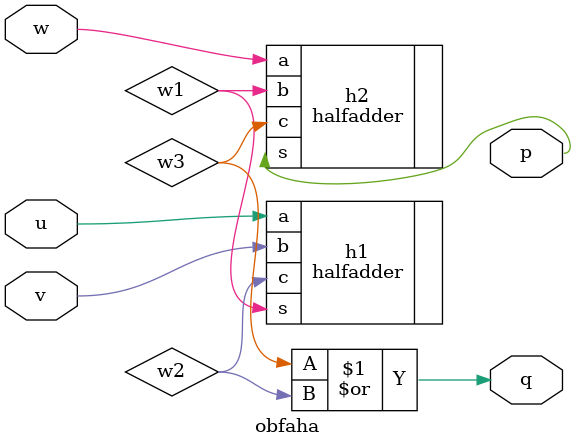
<source format=v>
`timescale 10ns/1ns
module obfaha(u,v,w,p,q);
//wire s,c,w1,w2,w3;
//reg a,b,cin;
input u,v,w;
output p,q;
wire w1,w2,w3;

halfadder h1(
  .a(u),
  .b(v),
  .s(w1),
  .c(w2)
  );
halfadder h2(
  .a(w),
  .b(w1),
  .s(p),
  .c(w3)
  );
or o(q,w3,w2);
endmodule

</source>
